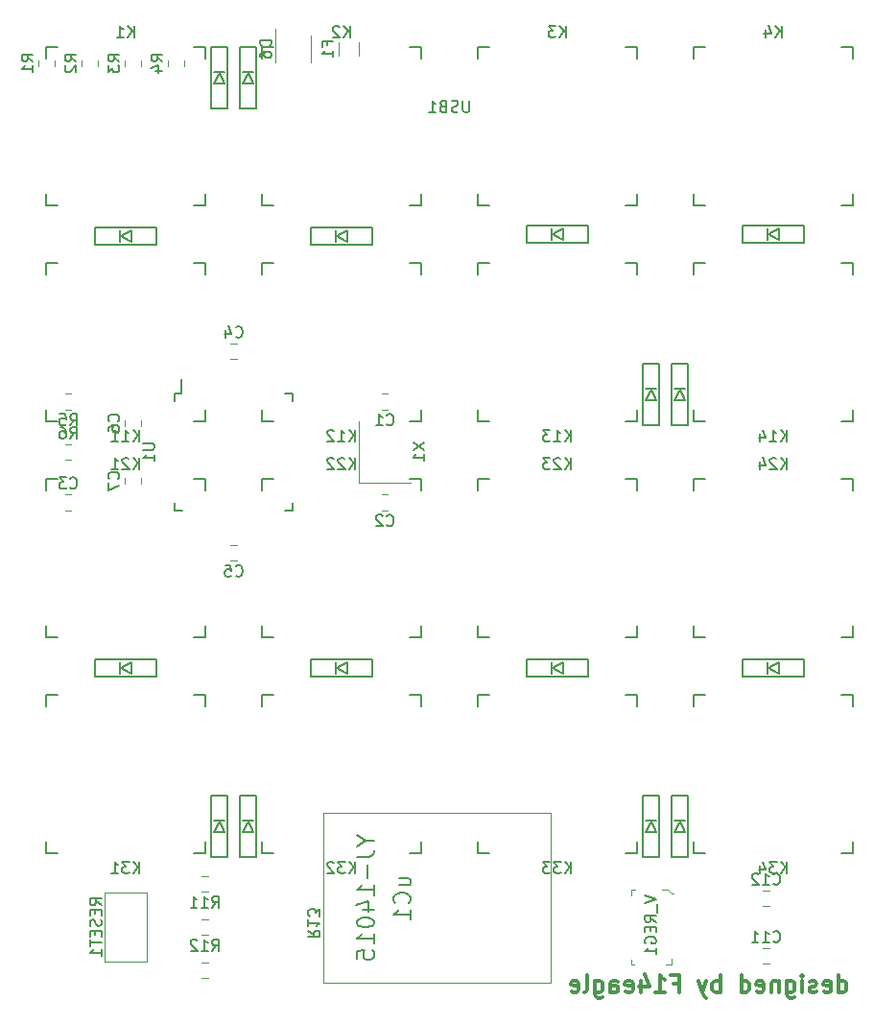
<source format=gbr>
G04 #@! TF.GenerationSoftware,KiCad,Pcbnew,(5.1.2)-2*
G04 #@! TF.CreationDate,2020-01-09T21:44:13+08:00*
G04 #@! TF.ProjectId,wingxx-receiver,77696e67-7878-42d7-9265-636569766572,rev?*
G04 #@! TF.SameCoordinates,Original*
G04 #@! TF.FileFunction,Legend,Bot*
G04 #@! TF.FilePolarity,Positive*
%FSLAX46Y46*%
G04 Gerber Fmt 4.6, Leading zero omitted, Abs format (unit mm)*
G04 Created by KiCad (PCBNEW (5.1.2)-2) date 2020-01-09 21:44:13*
%MOMM*%
%LPD*%
G04 APERTURE LIST*
%ADD10C,0.300000*%
%ADD11C,0.120000*%
%ADD12C,0.150000*%
%ADD13C,0.100000*%
%ADD14C,0.152400*%
G04 APERTURE END LIST*
D10*
X148624285Y-145458571D02*
X148624285Y-143958571D01*
X148624285Y-145387142D02*
X148767142Y-145458571D01*
X149052857Y-145458571D01*
X149195714Y-145387142D01*
X149267142Y-145315714D01*
X149338571Y-145172857D01*
X149338571Y-144744285D01*
X149267142Y-144601428D01*
X149195714Y-144530000D01*
X149052857Y-144458571D01*
X148767142Y-144458571D01*
X148624285Y-144530000D01*
X147338571Y-145387142D02*
X147481428Y-145458571D01*
X147767142Y-145458571D01*
X147910000Y-145387142D01*
X147981428Y-145244285D01*
X147981428Y-144672857D01*
X147910000Y-144530000D01*
X147767142Y-144458571D01*
X147481428Y-144458571D01*
X147338571Y-144530000D01*
X147267142Y-144672857D01*
X147267142Y-144815714D01*
X147981428Y-144958571D01*
X146695714Y-145387142D02*
X146552857Y-145458571D01*
X146267142Y-145458571D01*
X146124285Y-145387142D01*
X146052857Y-145244285D01*
X146052857Y-145172857D01*
X146124285Y-145030000D01*
X146267142Y-144958571D01*
X146481428Y-144958571D01*
X146624285Y-144887142D01*
X146695714Y-144744285D01*
X146695714Y-144672857D01*
X146624285Y-144530000D01*
X146481428Y-144458571D01*
X146267142Y-144458571D01*
X146124285Y-144530000D01*
X145410000Y-145458571D02*
X145410000Y-144458571D01*
X145410000Y-143958571D02*
X145481428Y-144030000D01*
X145410000Y-144101428D01*
X145338571Y-144030000D01*
X145410000Y-143958571D01*
X145410000Y-144101428D01*
X144052857Y-144458571D02*
X144052857Y-145672857D01*
X144124285Y-145815714D01*
X144195714Y-145887142D01*
X144338571Y-145958571D01*
X144552857Y-145958571D01*
X144695714Y-145887142D01*
X144052857Y-145387142D02*
X144195714Y-145458571D01*
X144481428Y-145458571D01*
X144624285Y-145387142D01*
X144695714Y-145315714D01*
X144767142Y-145172857D01*
X144767142Y-144744285D01*
X144695714Y-144601428D01*
X144624285Y-144530000D01*
X144481428Y-144458571D01*
X144195714Y-144458571D01*
X144052857Y-144530000D01*
X143338571Y-144458571D02*
X143338571Y-145458571D01*
X143338571Y-144601428D02*
X143267142Y-144530000D01*
X143124285Y-144458571D01*
X142910000Y-144458571D01*
X142767142Y-144530000D01*
X142695714Y-144672857D01*
X142695714Y-145458571D01*
X141410000Y-145387142D02*
X141552857Y-145458571D01*
X141838571Y-145458571D01*
X141981428Y-145387142D01*
X142052857Y-145244285D01*
X142052857Y-144672857D01*
X141981428Y-144530000D01*
X141838571Y-144458571D01*
X141552857Y-144458571D01*
X141410000Y-144530000D01*
X141338571Y-144672857D01*
X141338571Y-144815714D01*
X142052857Y-144958571D01*
X140052857Y-145458571D02*
X140052857Y-143958571D01*
X140052857Y-145387142D02*
X140195714Y-145458571D01*
X140481428Y-145458571D01*
X140624285Y-145387142D01*
X140695714Y-145315714D01*
X140767142Y-145172857D01*
X140767142Y-144744285D01*
X140695714Y-144601428D01*
X140624285Y-144530000D01*
X140481428Y-144458571D01*
X140195714Y-144458571D01*
X140052857Y-144530000D01*
X138195714Y-145458571D02*
X138195714Y-143958571D01*
X138195714Y-144530000D02*
X138052857Y-144458571D01*
X137767142Y-144458571D01*
X137624285Y-144530000D01*
X137552857Y-144601428D01*
X137481428Y-144744285D01*
X137481428Y-145172857D01*
X137552857Y-145315714D01*
X137624285Y-145387142D01*
X137767142Y-145458571D01*
X138052857Y-145458571D01*
X138195714Y-145387142D01*
X136981428Y-144458571D02*
X136624285Y-145458571D01*
X136267142Y-144458571D02*
X136624285Y-145458571D01*
X136767142Y-145815714D01*
X136838571Y-145887142D01*
X136981428Y-145958571D01*
X134052857Y-144672857D02*
X134552857Y-144672857D01*
X134552857Y-145458571D02*
X134552857Y-143958571D01*
X133838571Y-143958571D01*
X132481428Y-145458571D02*
X133338571Y-145458571D01*
X132910000Y-145458571D02*
X132910000Y-143958571D01*
X133052857Y-144172857D01*
X133195714Y-144315714D01*
X133338571Y-144387142D01*
X131195714Y-144458571D02*
X131195714Y-145458571D01*
X131552857Y-143887142D02*
X131910000Y-144958571D01*
X130981428Y-144958571D01*
X129838571Y-145387142D02*
X129981428Y-145458571D01*
X130267142Y-145458571D01*
X130410000Y-145387142D01*
X130481428Y-145244285D01*
X130481428Y-144672857D01*
X130410000Y-144530000D01*
X130267142Y-144458571D01*
X129981428Y-144458571D01*
X129838571Y-144530000D01*
X129767142Y-144672857D01*
X129767142Y-144815714D01*
X130481428Y-144958571D01*
X128481428Y-145458571D02*
X128481428Y-144672857D01*
X128552857Y-144530000D01*
X128695714Y-144458571D01*
X128981428Y-144458571D01*
X129124285Y-144530000D01*
X128481428Y-145387142D02*
X128624285Y-145458571D01*
X128981428Y-145458571D01*
X129124285Y-145387142D01*
X129195714Y-145244285D01*
X129195714Y-145101428D01*
X129124285Y-144958571D01*
X128981428Y-144887142D01*
X128624285Y-144887142D01*
X128481428Y-144815714D01*
X127124285Y-144458571D02*
X127124285Y-145672857D01*
X127195714Y-145815714D01*
X127267142Y-145887142D01*
X127410000Y-145958571D01*
X127624285Y-145958571D01*
X127767142Y-145887142D01*
X127124285Y-145387142D02*
X127267142Y-145458571D01*
X127552857Y-145458571D01*
X127695714Y-145387142D01*
X127767142Y-145315714D01*
X127838571Y-145172857D01*
X127838571Y-144744285D01*
X127767142Y-144601428D01*
X127695714Y-144530000D01*
X127552857Y-144458571D01*
X127267142Y-144458571D01*
X127124285Y-144530000D01*
X126195714Y-145458571D02*
X126338571Y-145387142D01*
X126410000Y-145244285D01*
X126410000Y-143958571D01*
X125052857Y-145387142D02*
X125195714Y-145458571D01*
X125481428Y-145458571D01*
X125624285Y-145387142D01*
X125695714Y-145244285D01*
X125695714Y-144672857D01*
X125624285Y-144530000D01*
X125481428Y-144458571D01*
X125195714Y-144458571D01*
X125052857Y-144530000D01*
X124981428Y-144672857D01*
X124981428Y-144815714D01*
X125695714Y-144958571D01*
D11*
X87575000Y-136640000D02*
X83875000Y-136640000D01*
X87575000Y-142760000D02*
X87575000Y-136640000D01*
X83875000Y-142760000D02*
X87575000Y-142760000D01*
X83875000Y-136640000D02*
X83875000Y-142760000D01*
X106335000Y-100490000D02*
X106335000Y-95090000D01*
X110835000Y-100490000D02*
X106335000Y-100490000D01*
X106320000Y-61627936D02*
X106320000Y-62832064D01*
X104500000Y-61627936D02*
X104500000Y-62832064D01*
X80906252Y-98500000D02*
X80383748Y-98500000D01*
X80906252Y-97080000D02*
X80383748Y-97080000D01*
X80383748Y-92635000D02*
X80906252Y-92635000D01*
X80383748Y-94055000D02*
X80906252Y-94055000D01*
X90880000Y-63238748D02*
X90880000Y-63761252D01*
X89460000Y-63238748D02*
X89460000Y-63761252D01*
X87070000Y-63238748D02*
X87070000Y-63761252D01*
X85650000Y-63238748D02*
X85650000Y-63761252D01*
X83260000Y-63238748D02*
X83260000Y-63761252D01*
X81840000Y-63238748D02*
X81840000Y-63761252D01*
X79450000Y-63238748D02*
X79450000Y-63761252D01*
X78030000Y-63238748D02*
X78030000Y-63761252D01*
X142501252Y-137870000D02*
X141978748Y-137870000D01*
X142501252Y-136450000D02*
X141978748Y-136450000D01*
X142501252Y-142950000D02*
X141978748Y-142950000D01*
X142501252Y-141530000D02*
X141978748Y-141530000D01*
X87070000Y-100068748D02*
X87070000Y-100591252D01*
X85650000Y-100068748D02*
X85650000Y-100591252D01*
X87070000Y-94988748D02*
X87070000Y-95511252D01*
X85650000Y-94988748D02*
X85650000Y-95511252D01*
X94988748Y-105970000D02*
X95511252Y-105970000D01*
X94988748Y-107390000D02*
X95511252Y-107390000D01*
X95511252Y-89610000D02*
X94988748Y-89610000D01*
X95511252Y-88190000D02*
X94988748Y-88190000D01*
X80906252Y-102945000D02*
X80383748Y-102945000D01*
X80906252Y-101525000D02*
X80383748Y-101525000D01*
X108323748Y-101525000D02*
X108846252Y-101525000D01*
X108323748Y-102945000D02*
X108846252Y-102945000D01*
X108323748Y-92635000D02*
X108846252Y-92635000D01*
X108323748Y-94055000D02*
X108846252Y-94055000D01*
D12*
X90650000Y-92615000D02*
X90650000Y-91340000D01*
X90075000Y-102965000D02*
X90075000Y-102290000D01*
X100425000Y-102965000D02*
X100425000Y-102290000D01*
X100425000Y-92615000D02*
X100425000Y-93290000D01*
X90075000Y-92615000D02*
X90075000Y-93290000D01*
X100425000Y-92615000D02*
X99750000Y-92615000D01*
X100425000Y-102965000D02*
X99750000Y-102965000D01*
X90075000Y-102965000D02*
X90750000Y-102965000D01*
X90075000Y-92615000D02*
X90650000Y-92615000D01*
D11*
X98950000Y-63430000D02*
X98950000Y-60480000D01*
X102050000Y-61030000D02*
X102050000Y-63430000D01*
D13*
X123190000Y-129661920D02*
X123190000Y-144658080D01*
X123190000Y-144658080D02*
X103190040Y-144658080D01*
X103190040Y-144658080D02*
X103190040Y-129661920D01*
X103190040Y-129661920D02*
X123190000Y-129661920D01*
X130305000Y-142975000D02*
X130605000Y-142975000D01*
X130305000Y-142600000D02*
X130305000Y-142975000D01*
X130305000Y-136425000D02*
X130705000Y-136425000D01*
X130305000Y-136925000D02*
X130305000Y-136425000D01*
X133855000Y-142975000D02*
X133855000Y-142525000D01*
X133380000Y-142975000D02*
X133855000Y-142975000D01*
X133855000Y-136725000D02*
X134050000Y-136725000D01*
X133530000Y-136425000D02*
X133855000Y-136725000D01*
X133055000Y-136425000D02*
X133530000Y-136425000D01*
D11*
X92448748Y-142800000D02*
X92971252Y-142800000D01*
X92448748Y-144220000D02*
X92971252Y-144220000D01*
X92448748Y-138990000D02*
X92971252Y-138990000D01*
X92448748Y-140410000D02*
X92971252Y-140410000D01*
X92448748Y-135180000D02*
X92971252Y-135180000D01*
X92448748Y-136600000D02*
X92971252Y-136600000D01*
D12*
X149875000Y-119206000D02*
X149875000Y-120206000D01*
X148875000Y-119206000D02*
X149875000Y-119206000D01*
X149875000Y-133206000D02*
X148875000Y-133206000D01*
X149875000Y-132206000D02*
X149875000Y-133206000D01*
X135875000Y-133206000D02*
X135875000Y-132206000D01*
X136875000Y-133206000D02*
X135875000Y-133206000D01*
X135875000Y-119206000D02*
X136875000Y-119206000D01*
X135875000Y-120206000D02*
X135875000Y-119206000D01*
X130825000Y-119206000D02*
X130825000Y-120206000D01*
X129825000Y-119206000D02*
X130825000Y-119206000D01*
X130825000Y-133206000D02*
X129825000Y-133206000D01*
X130825000Y-132206000D02*
X130825000Y-133206000D01*
X116825000Y-133206000D02*
X116825000Y-132206000D01*
X117825000Y-133206000D02*
X116825000Y-133206000D01*
X116825000Y-119206000D02*
X117825000Y-119206000D01*
X116825000Y-120206000D02*
X116825000Y-119206000D01*
X111775000Y-119206000D02*
X111775000Y-120206000D01*
X110775000Y-119206000D02*
X111775000Y-119206000D01*
X111775000Y-133206000D02*
X110775000Y-133206000D01*
X111775000Y-132206000D02*
X111775000Y-133206000D01*
X97775000Y-133206000D02*
X97775000Y-132206000D01*
X98775000Y-133206000D02*
X97775000Y-133206000D01*
X97775000Y-119206000D02*
X98775000Y-119206000D01*
X97775000Y-120206000D02*
X97775000Y-119206000D01*
X92725000Y-119206000D02*
X92725000Y-120206000D01*
X91725000Y-119206000D02*
X92725000Y-119206000D01*
X92725000Y-133206000D02*
X91725000Y-133206000D01*
X92725000Y-132206000D02*
X92725000Y-133206000D01*
X78725000Y-133206000D02*
X78725000Y-132206000D01*
X79725000Y-133206000D02*
X78725000Y-133206000D01*
X78725000Y-119206000D02*
X79725000Y-119206000D01*
X78725000Y-120206000D02*
X78725000Y-119206000D01*
X135875000Y-114156000D02*
X135875000Y-113156000D01*
X136875000Y-114156000D02*
X135875000Y-114156000D01*
X135875000Y-100156000D02*
X136875000Y-100156000D01*
X135875000Y-101156000D02*
X135875000Y-100156000D01*
X149875000Y-100156000D02*
X149875000Y-101156000D01*
X148875000Y-100156000D02*
X149875000Y-100156000D01*
X149875000Y-114156000D02*
X148875000Y-114156000D01*
X149875000Y-113156000D02*
X149875000Y-114156000D01*
X116825000Y-114156000D02*
X116825000Y-113156000D01*
X117825000Y-114156000D02*
X116825000Y-114156000D01*
X116825000Y-100156000D02*
X117825000Y-100156000D01*
X116825000Y-101156000D02*
X116825000Y-100156000D01*
X130825000Y-100156000D02*
X130825000Y-101156000D01*
X129825000Y-100156000D02*
X130825000Y-100156000D01*
X130825000Y-114156000D02*
X129825000Y-114156000D01*
X130825000Y-113156000D02*
X130825000Y-114156000D01*
X97775000Y-114156000D02*
X97775000Y-113156000D01*
X98775000Y-114156000D02*
X97775000Y-114156000D01*
X97775000Y-100156000D02*
X98775000Y-100156000D01*
X97775000Y-101156000D02*
X97775000Y-100156000D01*
X111775000Y-100156000D02*
X111775000Y-101156000D01*
X110775000Y-100156000D02*
X111775000Y-100156000D01*
X111775000Y-114156000D02*
X110775000Y-114156000D01*
X111775000Y-113156000D02*
X111775000Y-114156000D01*
X78725000Y-114156000D02*
X78725000Y-113156000D01*
X79725000Y-114156000D02*
X78725000Y-114156000D01*
X78725000Y-100156000D02*
X79725000Y-100156000D01*
X78725000Y-101156000D02*
X78725000Y-100156000D01*
X92725000Y-100156000D02*
X92725000Y-101156000D01*
X91725000Y-100156000D02*
X92725000Y-100156000D01*
X92725000Y-114156000D02*
X91725000Y-114156000D01*
X92725000Y-113156000D02*
X92725000Y-114156000D01*
X149875000Y-81106200D02*
X149875000Y-82106200D01*
X148875000Y-81106200D02*
X149875000Y-81106200D01*
X149875000Y-95106200D02*
X148875000Y-95106200D01*
X149875000Y-94106200D02*
X149875000Y-95106200D01*
X135875000Y-95106200D02*
X135875000Y-94106200D01*
X136875000Y-95106200D02*
X135875000Y-95106200D01*
X135875000Y-81106200D02*
X136875000Y-81106200D01*
X135875000Y-82106200D02*
X135875000Y-81106200D01*
X130825000Y-81106200D02*
X130825000Y-82106200D01*
X129825000Y-81106200D02*
X130825000Y-81106200D01*
X130825000Y-95106200D02*
X129825000Y-95106200D01*
X130825000Y-94106200D02*
X130825000Y-95106200D01*
X116825000Y-95106200D02*
X116825000Y-94106200D01*
X117825000Y-95106200D02*
X116825000Y-95106200D01*
X116825000Y-81106200D02*
X117825000Y-81106200D01*
X116825000Y-82106200D02*
X116825000Y-81106200D01*
X111775000Y-81106200D02*
X111775000Y-82106200D01*
X110775000Y-81106200D02*
X111775000Y-81106200D01*
X111775000Y-95106200D02*
X110775000Y-95106200D01*
X111775000Y-94106200D02*
X111775000Y-95106200D01*
X97775000Y-95106200D02*
X97775000Y-94106200D01*
X98775000Y-95106200D02*
X97775000Y-95106200D01*
X97775000Y-81106200D02*
X98775000Y-81106200D01*
X97775000Y-82106200D02*
X97775000Y-81106200D01*
X92725000Y-81106200D02*
X92725000Y-82106200D01*
X91725000Y-81106200D02*
X92725000Y-81106200D01*
X92725000Y-95106200D02*
X91725000Y-95106200D01*
X92725000Y-94106200D02*
X92725000Y-95106200D01*
X78725000Y-95106200D02*
X78725000Y-94106200D01*
X79725000Y-95106200D02*
X78725000Y-95106200D01*
X78725000Y-81106200D02*
X79725000Y-81106200D01*
X78725000Y-82106200D02*
X78725000Y-81106200D01*
X135875000Y-76056200D02*
X135875000Y-75056200D01*
X136875000Y-76056200D02*
X135875000Y-76056200D01*
X135875000Y-62056200D02*
X136875000Y-62056200D01*
X135875000Y-63056200D02*
X135875000Y-62056200D01*
X149875000Y-62056200D02*
X149875000Y-63056200D01*
X148875000Y-62056200D02*
X149875000Y-62056200D01*
X149875000Y-76056200D02*
X148875000Y-76056200D01*
X149875000Y-75056200D02*
X149875000Y-76056200D01*
X116825000Y-76056200D02*
X116825000Y-75056200D01*
X117825000Y-76056200D02*
X116825000Y-76056200D01*
X116825000Y-62056200D02*
X117825000Y-62056200D01*
X116825000Y-63056200D02*
X116825000Y-62056200D01*
X130825000Y-62056200D02*
X130825000Y-63056200D01*
X129825000Y-62056200D02*
X130825000Y-62056200D01*
X130825000Y-76056200D02*
X129825000Y-76056200D01*
X130825000Y-75056200D02*
X130825000Y-76056200D01*
X97775000Y-76056200D02*
X97775000Y-75056200D01*
X98775000Y-76056200D02*
X97775000Y-76056200D01*
X97775000Y-62056200D02*
X98775000Y-62056200D01*
X97775000Y-63056200D02*
X97775000Y-62056200D01*
X111775000Y-62056200D02*
X111775000Y-63056200D01*
X110775000Y-62056200D02*
X111775000Y-62056200D01*
X111775000Y-76056200D02*
X110775000Y-76056200D01*
X111775000Y-75056200D02*
X111775000Y-76056200D01*
X78725000Y-76056200D02*
X78725000Y-75056200D01*
X79725000Y-76056200D02*
X78725000Y-76056200D01*
X78725000Y-62056200D02*
X79725000Y-62056200D01*
X78725000Y-63056200D02*
X78725000Y-62056200D01*
X92725000Y-62056200D02*
X92725000Y-63056200D01*
X91725000Y-62056200D02*
X92725000Y-62056200D01*
X92725000Y-76056200D02*
X91725000Y-76056200D01*
X92725000Y-75056200D02*
X92725000Y-76056200D01*
X133870000Y-133510000D02*
X135370000Y-133510000D01*
X133870000Y-128110000D02*
X133870000Y-133510000D01*
X135370000Y-128110000D02*
X133870000Y-128110000D01*
X135370000Y-133510000D02*
X135370000Y-128110000D01*
X134120000Y-131310000D02*
X134620000Y-130410000D01*
X135120000Y-131310000D02*
X134120000Y-131310000D01*
X134620000Y-130410000D02*
X135120000Y-131310000D01*
X135120000Y-130310000D02*
X134120000Y-130310000D01*
X131330000Y-133510000D02*
X132830000Y-133510000D01*
X131330000Y-128110000D02*
X131330000Y-133510000D01*
X132830000Y-128110000D02*
X131330000Y-128110000D01*
X132830000Y-133510000D02*
X132830000Y-128110000D01*
X131580000Y-131310000D02*
X132080000Y-130410000D01*
X132580000Y-131310000D02*
X131580000Y-131310000D01*
X132080000Y-130410000D02*
X132580000Y-131310000D01*
X132580000Y-130310000D02*
X131580000Y-130310000D01*
X95770000Y-133510000D02*
X97270000Y-133510000D01*
X95770000Y-128110000D02*
X95770000Y-133510000D01*
X97270000Y-128110000D02*
X95770000Y-128110000D01*
X97270000Y-133510000D02*
X97270000Y-128110000D01*
X96020000Y-131310000D02*
X96520000Y-130410000D01*
X97020000Y-131310000D02*
X96020000Y-131310000D01*
X96520000Y-130410000D02*
X97020000Y-131310000D01*
X97020000Y-130310000D02*
X96020000Y-130310000D01*
X93230000Y-133510000D02*
X94730000Y-133510000D01*
X93230000Y-128110000D02*
X93230000Y-133510000D01*
X94730000Y-128110000D02*
X93230000Y-128110000D01*
X94730000Y-133510000D02*
X94730000Y-128110000D01*
X93480000Y-131310000D02*
X93980000Y-130410000D01*
X94480000Y-131310000D02*
X93480000Y-131310000D01*
X93980000Y-130410000D02*
X94480000Y-131310000D01*
X94480000Y-130310000D02*
X93480000Y-130310000D01*
X145575000Y-117590000D02*
X145575000Y-116090000D01*
X140175000Y-117590000D02*
X145575000Y-117590000D01*
X140175000Y-116090000D02*
X140175000Y-117590000D01*
X145575000Y-116090000D02*
X140175000Y-116090000D01*
X143375000Y-117340000D02*
X142475000Y-116840000D01*
X143375000Y-116340000D02*
X143375000Y-117340000D01*
X142475000Y-116840000D02*
X143375000Y-116340000D01*
X142375000Y-116340000D02*
X142375000Y-117340000D01*
X126492000Y-117590000D02*
X126492000Y-116090000D01*
X121092000Y-117590000D02*
X126492000Y-117590000D01*
X121092000Y-116090000D02*
X121092000Y-117590000D01*
X126492000Y-116090000D02*
X121092000Y-116090000D01*
X124292000Y-117340000D02*
X123392000Y-116840000D01*
X124292000Y-116340000D02*
X124292000Y-117340000D01*
X123392000Y-116840000D02*
X124292000Y-116340000D01*
X123292000Y-116340000D02*
X123292000Y-117340000D01*
X107475000Y-117590000D02*
X107475000Y-116090000D01*
X102075000Y-117590000D02*
X107475000Y-117590000D01*
X102075000Y-116090000D02*
X102075000Y-117590000D01*
X107475000Y-116090000D02*
X102075000Y-116090000D01*
X105275000Y-117340000D02*
X104375000Y-116840000D01*
X105275000Y-116340000D02*
X105275000Y-117340000D01*
X104375000Y-116840000D02*
X105275000Y-116340000D01*
X104275000Y-116340000D02*
X104275000Y-117340000D01*
X88425000Y-117590000D02*
X88425000Y-116090000D01*
X83025000Y-117590000D02*
X88425000Y-117590000D01*
X83025000Y-116090000D02*
X83025000Y-117590000D01*
X88425000Y-116090000D02*
X83025000Y-116090000D01*
X86225000Y-117340000D02*
X85325000Y-116840000D01*
X86225000Y-116340000D02*
X86225000Y-117340000D01*
X85325000Y-116840000D02*
X86225000Y-116340000D01*
X85225000Y-116340000D02*
X85225000Y-117340000D01*
X133870000Y-95410000D02*
X135370000Y-95410000D01*
X133870000Y-90010000D02*
X133870000Y-95410000D01*
X135370000Y-90010000D02*
X133870000Y-90010000D01*
X135370000Y-95410000D02*
X135370000Y-90010000D01*
X134120000Y-93210000D02*
X134620000Y-92310000D01*
X135120000Y-93210000D02*
X134120000Y-93210000D01*
X134620000Y-92310000D02*
X135120000Y-93210000D01*
X135120000Y-92210000D02*
X134120000Y-92210000D01*
X131330000Y-95410000D02*
X132830000Y-95410000D01*
X131330000Y-90010000D02*
X131330000Y-95410000D01*
X132830000Y-90010000D02*
X131330000Y-90010000D01*
X132830000Y-95410000D02*
X132830000Y-90010000D01*
X131580000Y-93210000D02*
X132080000Y-92310000D01*
X132580000Y-93210000D02*
X131580000Y-93210000D01*
X132080000Y-92310000D02*
X132580000Y-93210000D01*
X132580000Y-92210000D02*
X131580000Y-92210000D01*
X107475000Y-79490000D02*
X107475000Y-77990000D01*
X102075000Y-79490000D02*
X107475000Y-79490000D01*
X102075000Y-77990000D02*
X102075000Y-79490000D01*
X107475000Y-77990000D02*
X102075000Y-77990000D01*
X105275000Y-79240000D02*
X104375000Y-78740000D01*
X105275000Y-78240000D02*
X105275000Y-79240000D01*
X104375000Y-78740000D02*
X105275000Y-78240000D01*
X104275000Y-78240000D02*
X104275000Y-79240000D01*
X88425000Y-79490000D02*
X88425000Y-77990000D01*
X83025000Y-79490000D02*
X88425000Y-79490000D01*
X83025000Y-77990000D02*
X83025000Y-79490000D01*
X88425000Y-77990000D02*
X83025000Y-77990000D01*
X86225000Y-79240000D02*
X85325000Y-78740000D01*
X86225000Y-78240000D02*
X86225000Y-79240000D01*
X85325000Y-78740000D02*
X86225000Y-78240000D01*
X85225000Y-78240000D02*
X85225000Y-79240000D01*
X145575000Y-79331200D02*
X145575000Y-77831200D01*
X140175000Y-79331200D02*
X145575000Y-79331200D01*
X140175000Y-77831200D02*
X140175000Y-79331200D01*
X145575000Y-77831200D02*
X140175000Y-77831200D01*
X143375000Y-79081200D02*
X142475000Y-78581200D01*
X143375000Y-78081200D02*
X143375000Y-79081200D01*
X142475000Y-78581200D02*
X143375000Y-78081200D01*
X142375000Y-78081200D02*
X142375000Y-79081200D01*
X126525000Y-79331200D02*
X126525000Y-77831200D01*
X121125000Y-79331200D02*
X126525000Y-79331200D01*
X121125000Y-77831200D02*
X121125000Y-79331200D01*
X126525000Y-77831200D02*
X121125000Y-77831200D01*
X124325000Y-79081200D02*
X123425000Y-78581200D01*
X124325000Y-78081200D02*
X124325000Y-79081200D01*
X123425000Y-78581200D02*
X124325000Y-78081200D01*
X123325000Y-78081200D02*
X123325000Y-79081200D01*
X95770000Y-67470000D02*
X97270000Y-67470000D01*
X95770000Y-62070000D02*
X95770000Y-67470000D01*
X97270000Y-62070000D02*
X95770000Y-62070000D01*
X97270000Y-67470000D02*
X97270000Y-62070000D01*
X96020000Y-65270000D02*
X96520000Y-64370000D01*
X97020000Y-65270000D02*
X96020000Y-65270000D01*
X96520000Y-64370000D02*
X97020000Y-65270000D01*
X97020000Y-64270000D02*
X96020000Y-64270000D01*
X93230000Y-67470000D02*
X94730000Y-67470000D01*
X93230000Y-62070000D02*
X93230000Y-67470000D01*
X94730000Y-62070000D02*
X93230000Y-62070000D01*
X94730000Y-67470000D02*
X94730000Y-62070000D01*
X93480000Y-65270000D02*
X93980000Y-64370000D01*
X94480000Y-65270000D02*
X93480000Y-65270000D01*
X93980000Y-64370000D02*
X94480000Y-65270000D01*
X94480000Y-64270000D02*
X93480000Y-64270000D01*
X83577380Y-137771428D02*
X83101190Y-137438095D01*
X83577380Y-137200000D02*
X82577380Y-137200000D01*
X82577380Y-137580952D01*
X82625000Y-137676190D01*
X82672619Y-137723809D01*
X82767857Y-137771428D01*
X82910714Y-137771428D01*
X83005952Y-137723809D01*
X83053571Y-137676190D01*
X83101190Y-137580952D01*
X83101190Y-137200000D01*
X83053571Y-138200000D02*
X83053571Y-138533333D01*
X83577380Y-138676190D02*
X83577380Y-138200000D01*
X82577380Y-138200000D01*
X82577380Y-138676190D01*
X83529761Y-139057142D02*
X83577380Y-139200000D01*
X83577380Y-139438095D01*
X83529761Y-139533333D01*
X83482142Y-139580952D01*
X83386904Y-139628571D01*
X83291666Y-139628571D01*
X83196428Y-139580952D01*
X83148809Y-139533333D01*
X83101190Y-139438095D01*
X83053571Y-139247619D01*
X83005952Y-139152380D01*
X82958333Y-139104761D01*
X82863095Y-139057142D01*
X82767857Y-139057142D01*
X82672619Y-139104761D01*
X82625000Y-139152380D01*
X82577380Y-139247619D01*
X82577380Y-139485714D01*
X82625000Y-139628571D01*
X83053571Y-140057142D02*
X83053571Y-140390476D01*
X83577380Y-140533333D02*
X83577380Y-140057142D01*
X82577380Y-140057142D01*
X82577380Y-140533333D01*
X82577380Y-140819047D02*
X82577380Y-141390476D01*
X83577380Y-141104761D02*
X82577380Y-141104761D01*
X83577380Y-142247619D02*
X83577380Y-141676190D01*
X83577380Y-141961904D02*
X82577380Y-141961904D01*
X82720238Y-141866666D01*
X82815476Y-141771428D01*
X82863095Y-141676190D01*
X111087380Y-96980476D02*
X112087380Y-97647142D01*
X111087380Y-97647142D02*
X112087380Y-96980476D01*
X112087380Y-98551904D02*
X112087380Y-97980476D01*
X112087380Y-98266190D02*
X111087380Y-98266190D01*
X111230238Y-98170952D01*
X111325476Y-98075714D01*
X111373095Y-97980476D01*
X103518571Y-61896666D02*
X103518571Y-61563333D01*
X104042380Y-61563333D02*
X103042380Y-61563333D01*
X103042380Y-62039523D01*
X104042380Y-62944285D02*
X104042380Y-62372857D01*
X104042380Y-62658571D02*
X103042380Y-62658571D01*
X103185238Y-62563333D01*
X103280476Y-62468095D01*
X103328095Y-62372857D01*
X80811666Y-96592380D02*
X81145000Y-96116190D01*
X81383095Y-96592380D02*
X81383095Y-95592380D01*
X81002142Y-95592380D01*
X80906904Y-95640000D01*
X80859285Y-95687619D01*
X80811666Y-95782857D01*
X80811666Y-95925714D01*
X80859285Y-96020952D01*
X80906904Y-96068571D01*
X81002142Y-96116190D01*
X81383095Y-96116190D01*
X79954523Y-95592380D02*
X80145000Y-95592380D01*
X80240238Y-95640000D01*
X80287857Y-95687619D01*
X80383095Y-95830476D01*
X80430714Y-96020952D01*
X80430714Y-96401904D01*
X80383095Y-96497142D01*
X80335476Y-96544761D01*
X80240238Y-96592380D01*
X80049761Y-96592380D01*
X79954523Y-96544761D01*
X79906904Y-96497142D01*
X79859285Y-96401904D01*
X79859285Y-96163809D01*
X79906904Y-96068571D01*
X79954523Y-96020952D01*
X80049761Y-95973333D01*
X80240238Y-95973333D01*
X80335476Y-96020952D01*
X80383095Y-96068571D01*
X80430714Y-96163809D01*
X80811666Y-95447380D02*
X81145000Y-94971190D01*
X81383095Y-95447380D02*
X81383095Y-94447380D01*
X81002142Y-94447380D01*
X80906904Y-94495000D01*
X80859285Y-94542619D01*
X80811666Y-94637857D01*
X80811666Y-94780714D01*
X80859285Y-94875952D01*
X80906904Y-94923571D01*
X81002142Y-94971190D01*
X81383095Y-94971190D01*
X79906904Y-94447380D02*
X80383095Y-94447380D01*
X80430714Y-94923571D01*
X80383095Y-94875952D01*
X80287857Y-94828333D01*
X80049761Y-94828333D01*
X79954523Y-94875952D01*
X79906904Y-94923571D01*
X79859285Y-95018809D01*
X79859285Y-95256904D01*
X79906904Y-95352142D01*
X79954523Y-95399761D01*
X80049761Y-95447380D01*
X80287857Y-95447380D01*
X80383095Y-95399761D01*
X80430714Y-95352142D01*
X88972380Y-63333333D02*
X88496190Y-63000000D01*
X88972380Y-62761904D02*
X87972380Y-62761904D01*
X87972380Y-63142857D01*
X88020000Y-63238095D01*
X88067619Y-63285714D01*
X88162857Y-63333333D01*
X88305714Y-63333333D01*
X88400952Y-63285714D01*
X88448571Y-63238095D01*
X88496190Y-63142857D01*
X88496190Y-62761904D01*
X88305714Y-64190476D02*
X88972380Y-64190476D01*
X87924761Y-63952380D02*
X88639047Y-63714285D01*
X88639047Y-64333333D01*
X85162380Y-63333333D02*
X84686190Y-63000000D01*
X85162380Y-62761904D02*
X84162380Y-62761904D01*
X84162380Y-63142857D01*
X84210000Y-63238095D01*
X84257619Y-63285714D01*
X84352857Y-63333333D01*
X84495714Y-63333333D01*
X84590952Y-63285714D01*
X84638571Y-63238095D01*
X84686190Y-63142857D01*
X84686190Y-62761904D01*
X84162380Y-63666666D02*
X84162380Y-64285714D01*
X84543333Y-63952380D01*
X84543333Y-64095238D01*
X84590952Y-64190476D01*
X84638571Y-64238095D01*
X84733809Y-64285714D01*
X84971904Y-64285714D01*
X85067142Y-64238095D01*
X85114761Y-64190476D01*
X85162380Y-64095238D01*
X85162380Y-63809523D01*
X85114761Y-63714285D01*
X85067142Y-63666666D01*
X81352380Y-63333333D02*
X80876190Y-63000000D01*
X81352380Y-62761904D02*
X80352380Y-62761904D01*
X80352380Y-63142857D01*
X80400000Y-63238095D01*
X80447619Y-63285714D01*
X80542857Y-63333333D01*
X80685714Y-63333333D01*
X80780952Y-63285714D01*
X80828571Y-63238095D01*
X80876190Y-63142857D01*
X80876190Y-62761904D01*
X80447619Y-63714285D02*
X80400000Y-63761904D01*
X80352380Y-63857142D01*
X80352380Y-64095238D01*
X80400000Y-64190476D01*
X80447619Y-64238095D01*
X80542857Y-64285714D01*
X80638095Y-64285714D01*
X80780952Y-64238095D01*
X81352380Y-63666666D01*
X81352380Y-64285714D01*
X77542380Y-63333333D02*
X77066190Y-63000000D01*
X77542380Y-62761904D02*
X76542380Y-62761904D01*
X76542380Y-63142857D01*
X76590000Y-63238095D01*
X76637619Y-63285714D01*
X76732857Y-63333333D01*
X76875714Y-63333333D01*
X76970952Y-63285714D01*
X77018571Y-63238095D01*
X77066190Y-63142857D01*
X77066190Y-62761904D01*
X77542380Y-64285714D02*
X77542380Y-63714285D01*
X77542380Y-64000000D02*
X76542380Y-64000000D01*
X76685238Y-63904761D01*
X76780476Y-63809523D01*
X76828095Y-63714285D01*
X142882857Y-135867142D02*
X142930476Y-135914761D01*
X143073333Y-135962380D01*
X143168571Y-135962380D01*
X143311428Y-135914761D01*
X143406666Y-135819523D01*
X143454285Y-135724285D01*
X143501904Y-135533809D01*
X143501904Y-135390952D01*
X143454285Y-135200476D01*
X143406666Y-135105238D01*
X143311428Y-135010000D01*
X143168571Y-134962380D01*
X143073333Y-134962380D01*
X142930476Y-135010000D01*
X142882857Y-135057619D01*
X141930476Y-135962380D02*
X142501904Y-135962380D01*
X142216190Y-135962380D02*
X142216190Y-134962380D01*
X142311428Y-135105238D01*
X142406666Y-135200476D01*
X142501904Y-135248095D01*
X141549523Y-135057619D02*
X141501904Y-135010000D01*
X141406666Y-134962380D01*
X141168571Y-134962380D01*
X141073333Y-135010000D01*
X141025714Y-135057619D01*
X140978095Y-135152857D01*
X140978095Y-135248095D01*
X141025714Y-135390952D01*
X141597142Y-135962380D01*
X140978095Y-135962380D01*
X142882857Y-140947142D02*
X142930476Y-140994761D01*
X143073333Y-141042380D01*
X143168571Y-141042380D01*
X143311428Y-140994761D01*
X143406666Y-140899523D01*
X143454285Y-140804285D01*
X143501904Y-140613809D01*
X143501904Y-140470952D01*
X143454285Y-140280476D01*
X143406666Y-140185238D01*
X143311428Y-140090000D01*
X143168571Y-140042380D01*
X143073333Y-140042380D01*
X142930476Y-140090000D01*
X142882857Y-140137619D01*
X141930476Y-141042380D02*
X142501904Y-141042380D01*
X142216190Y-141042380D02*
X142216190Y-140042380D01*
X142311428Y-140185238D01*
X142406666Y-140280476D01*
X142501904Y-140328095D01*
X140978095Y-141042380D02*
X141549523Y-141042380D01*
X141263809Y-141042380D02*
X141263809Y-140042380D01*
X141359047Y-140185238D01*
X141454285Y-140280476D01*
X141549523Y-140328095D01*
X85067142Y-100163333D02*
X85114761Y-100115714D01*
X85162380Y-99972857D01*
X85162380Y-99877619D01*
X85114761Y-99734761D01*
X85019523Y-99639523D01*
X84924285Y-99591904D01*
X84733809Y-99544285D01*
X84590952Y-99544285D01*
X84400476Y-99591904D01*
X84305238Y-99639523D01*
X84210000Y-99734761D01*
X84162380Y-99877619D01*
X84162380Y-99972857D01*
X84210000Y-100115714D01*
X84257619Y-100163333D01*
X84162380Y-100496666D02*
X84162380Y-101163333D01*
X85162380Y-100734761D01*
X85067142Y-95083333D02*
X85114761Y-95035714D01*
X85162380Y-94892857D01*
X85162380Y-94797619D01*
X85114761Y-94654761D01*
X85019523Y-94559523D01*
X84924285Y-94511904D01*
X84733809Y-94464285D01*
X84590952Y-94464285D01*
X84400476Y-94511904D01*
X84305238Y-94559523D01*
X84210000Y-94654761D01*
X84162380Y-94797619D01*
X84162380Y-94892857D01*
X84210000Y-95035714D01*
X84257619Y-95083333D01*
X84162380Y-95940476D02*
X84162380Y-95750000D01*
X84210000Y-95654761D01*
X84257619Y-95607142D01*
X84400476Y-95511904D01*
X84590952Y-95464285D01*
X84971904Y-95464285D01*
X85067142Y-95511904D01*
X85114761Y-95559523D01*
X85162380Y-95654761D01*
X85162380Y-95845238D01*
X85114761Y-95940476D01*
X85067142Y-95988095D01*
X84971904Y-96035714D01*
X84733809Y-96035714D01*
X84638571Y-95988095D01*
X84590952Y-95940476D01*
X84543333Y-95845238D01*
X84543333Y-95654761D01*
X84590952Y-95559523D01*
X84638571Y-95511904D01*
X84733809Y-95464285D01*
X95416666Y-108687142D02*
X95464285Y-108734761D01*
X95607142Y-108782380D01*
X95702380Y-108782380D01*
X95845238Y-108734761D01*
X95940476Y-108639523D01*
X95988095Y-108544285D01*
X96035714Y-108353809D01*
X96035714Y-108210952D01*
X95988095Y-108020476D01*
X95940476Y-107925238D01*
X95845238Y-107830000D01*
X95702380Y-107782380D01*
X95607142Y-107782380D01*
X95464285Y-107830000D01*
X95416666Y-107877619D01*
X94511904Y-107782380D02*
X94988095Y-107782380D01*
X95035714Y-108258571D01*
X94988095Y-108210952D01*
X94892857Y-108163333D01*
X94654761Y-108163333D01*
X94559523Y-108210952D01*
X94511904Y-108258571D01*
X94464285Y-108353809D01*
X94464285Y-108591904D01*
X94511904Y-108687142D01*
X94559523Y-108734761D01*
X94654761Y-108782380D01*
X94892857Y-108782380D01*
X94988095Y-108734761D01*
X95035714Y-108687142D01*
X95416666Y-87607142D02*
X95464285Y-87654761D01*
X95607142Y-87702380D01*
X95702380Y-87702380D01*
X95845238Y-87654761D01*
X95940476Y-87559523D01*
X95988095Y-87464285D01*
X96035714Y-87273809D01*
X96035714Y-87130952D01*
X95988095Y-86940476D01*
X95940476Y-86845238D01*
X95845238Y-86750000D01*
X95702380Y-86702380D01*
X95607142Y-86702380D01*
X95464285Y-86750000D01*
X95416666Y-86797619D01*
X94559523Y-87035714D02*
X94559523Y-87702380D01*
X94797619Y-86654761D02*
X95035714Y-87369047D01*
X94416666Y-87369047D01*
X80811666Y-100942142D02*
X80859285Y-100989761D01*
X81002142Y-101037380D01*
X81097380Y-101037380D01*
X81240238Y-100989761D01*
X81335476Y-100894523D01*
X81383095Y-100799285D01*
X81430714Y-100608809D01*
X81430714Y-100465952D01*
X81383095Y-100275476D01*
X81335476Y-100180238D01*
X81240238Y-100085000D01*
X81097380Y-100037380D01*
X81002142Y-100037380D01*
X80859285Y-100085000D01*
X80811666Y-100132619D01*
X80478333Y-100037380D02*
X79859285Y-100037380D01*
X80192619Y-100418333D01*
X80049761Y-100418333D01*
X79954523Y-100465952D01*
X79906904Y-100513571D01*
X79859285Y-100608809D01*
X79859285Y-100846904D01*
X79906904Y-100942142D01*
X79954523Y-100989761D01*
X80049761Y-101037380D01*
X80335476Y-101037380D01*
X80430714Y-100989761D01*
X80478333Y-100942142D01*
X108751666Y-104242142D02*
X108799285Y-104289761D01*
X108942142Y-104337380D01*
X109037380Y-104337380D01*
X109180238Y-104289761D01*
X109275476Y-104194523D01*
X109323095Y-104099285D01*
X109370714Y-103908809D01*
X109370714Y-103765952D01*
X109323095Y-103575476D01*
X109275476Y-103480238D01*
X109180238Y-103385000D01*
X109037380Y-103337380D01*
X108942142Y-103337380D01*
X108799285Y-103385000D01*
X108751666Y-103432619D01*
X108370714Y-103432619D02*
X108323095Y-103385000D01*
X108227857Y-103337380D01*
X107989761Y-103337380D01*
X107894523Y-103385000D01*
X107846904Y-103432619D01*
X107799285Y-103527857D01*
X107799285Y-103623095D01*
X107846904Y-103765952D01*
X108418333Y-104337380D01*
X107799285Y-104337380D01*
X108751666Y-95352142D02*
X108799285Y-95399761D01*
X108942142Y-95447380D01*
X109037380Y-95447380D01*
X109180238Y-95399761D01*
X109275476Y-95304523D01*
X109323095Y-95209285D01*
X109370714Y-95018809D01*
X109370714Y-94875952D01*
X109323095Y-94685476D01*
X109275476Y-94590238D01*
X109180238Y-94495000D01*
X109037380Y-94447380D01*
X108942142Y-94447380D01*
X108799285Y-94495000D01*
X108751666Y-94542619D01*
X107799285Y-95447380D02*
X108370714Y-95447380D01*
X108085000Y-95447380D02*
X108085000Y-94447380D01*
X108180238Y-94590238D01*
X108275476Y-94685476D01*
X108370714Y-94733095D01*
X87252380Y-97028095D02*
X88061904Y-97028095D01*
X88157142Y-97075714D01*
X88204761Y-97123333D01*
X88252380Y-97218571D01*
X88252380Y-97409047D01*
X88204761Y-97504285D01*
X88157142Y-97551904D01*
X88061904Y-97599523D01*
X87252380Y-97599523D01*
X88252380Y-98599523D02*
X88252380Y-98028095D01*
X88252380Y-98313809D02*
X87252380Y-98313809D01*
X87395238Y-98218571D01*
X87490476Y-98123333D01*
X87538095Y-98028095D01*
X98572380Y-61511904D02*
X97572380Y-61511904D01*
X97572380Y-61750000D01*
X97620000Y-61892857D01*
X97715238Y-61988095D01*
X97810476Y-62035714D01*
X98000952Y-62083333D01*
X98143809Y-62083333D01*
X98334285Y-62035714D01*
X98429523Y-61988095D01*
X98524761Y-61892857D01*
X98572380Y-61750000D01*
X98572380Y-61511904D01*
X97572380Y-62940476D02*
X97572380Y-62750000D01*
X97620000Y-62654761D01*
X97667619Y-62607142D01*
X97810476Y-62511904D01*
X98000952Y-62464285D01*
X98381904Y-62464285D01*
X98477142Y-62511904D01*
X98524761Y-62559523D01*
X98572380Y-62654761D01*
X98572380Y-62845238D01*
X98524761Y-62940476D01*
X98477142Y-62988095D01*
X98381904Y-63035714D01*
X98143809Y-63035714D01*
X98048571Y-62988095D01*
X98000952Y-62940476D01*
X97953333Y-62845238D01*
X97953333Y-62654761D01*
X98000952Y-62559523D01*
X98048571Y-62511904D01*
X98143809Y-62464285D01*
D14*
X109868571Y-136017142D02*
X110868571Y-136017142D01*
X109868571Y-135374285D02*
X110654285Y-135374285D01*
X110797142Y-135445714D01*
X110868571Y-135588571D01*
X110868571Y-135802857D01*
X110797142Y-135945714D01*
X110725714Y-136017142D01*
X110725714Y-137588571D02*
X110797142Y-137517142D01*
X110868571Y-137302857D01*
X110868571Y-137160000D01*
X110797142Y-136945714D01*
X110654285Y-136802857D01*
X110511428Y-136731428D01*
X110225714Y-136660000D01*
X110011428Y-136660000D01*
X109725714Y-136731428D01*
X109582857Y-136802857D01*
X109440000Y-136945714D01*
X109368571Y-137160000D01*
X109368571Y-137302857D01*
X109440000Y-137517142D01*
X109511428Y-137588571D01*
X110868571Y-139017142D02*
X110868571Y-138160000D01*
X110868571Y-138588571D02*
X109368571Y-138588571D01*
X109582857Y-138445714D01*
X109725714Y-138302857D01*
X109797142Y-138160000D01*
X106898285Y-132088571D02*
X107612571Y-132088571D01*
X106112571Y-131588571D02*
X106898285Y-132088571D01*
X106112571Y-132588571D01*
X106112571Y-133517142D02*
X107184000Y-133517142D01*
X107398285Y-133445714D01*
X107541142Y-133302857D01*
X107612571Y-133088571D01*
X107612571Y-132945714D01*
X107041142Y-134231428D02*
X107041142Y-135374285D01*
X107612571Y-136874285D02*
X107612571Y-136017142D01*
X107612571Y-136445714D02*
X106112571Y-136445714D01*
X106326857Y-136302857D01*
X106469714Y-136160000D01*
X106541142Y-136017142D01*
X106612571Y-138160000D02*
X107612571Y-138160000D01*
X106041142Y-137802857D02*
X107112571Y-137445714D01*
X107112571Y-138374285D01*
X106112571Y-139231428D02*
X106112571Y-139374285D01*
X106184000Y-139517142D01*
X106255428Y-139588571D01*
X106398285Y-139660000D01*
X106684000Y-139731428D01*
X107041142Y-139731428D01*
X107326857Y-139660000D01*
X107469714Y-139588571D01*
X107541142Y-139517142D01*
X107612571Y-139374285D01*
X107612571Y-139231428D01*
X107541142Y-139088571D01*
X107469714Y-139017142D01*
X107326857Y-138945714D01*
X107041142Y-138874285D01*
X106684000Y-138874285D01*
X106398285Y-138945714D01*
X106255428Y-139017142D01*
X106184000Y-139088571D01*
X106112571Y-139231428D01*
X107612571Y-141160000D02*
X107612571Y-140302857D01*
X107612571Y-140731428D02*
X106112571Y-140731428D01*
X106326857Y-140588571D01*
X106469714Y-140445714D01*
X106541142Y-140302857D01*
X106112571Y-142517142D02*
X106112571Y-141802857D01*
X106826857Y-141731428D01*
X106755428Y-141802857D01*
X106684000Y-141945714D01*
X106684000Y-142302857D01*
X106755428Y-142445714D01*
X106826857Y-142517142D01*
X106969714Y-142588571D01*
X107326857Y-142588571D01*
X107469714Y-142517142D01*
X107541142Y-142445714D01*
X107612571Y-142302857D01*
X107612571Y-141945714D01*
X107541142Y-141802857D01*
X107469714Y-141731428D01*
D12*
X116038095Y-66802380D02*
X116038095Y-67611904D01*
X115990476Y-67707142D01*
X115942857Y-67754761D01*
X115847619Y-67802380D01*
X115657142Y-67802380D01*
X115561904Y-67754761D01*
X115514285Y-67707142D01*
X115466666Y-67611904D01*
X115466666Y-66802380D01*
X115038095Y-67754761D02*
X114895238Y-67802380D01*
X114657142Y-67802380D01*
X114561904Y-67754761D01*
X114514285Y-67707142D01*
X114466666Y-67611904D01*
X114466666Y-67516666D01*
X114514285Y-67421428D01*
X114561904Y-67373809D01*
X114657142Y-67326190D01*
X114847619Y-67278571D01*
X114942857Y-67230952D01*
X114990476Y-67183333D01*
X115038095Y-67088095D01*
X115038095Y-66992857D01*
X114990476Y-66897619D01*
X114942857Y-66850000D01*
X114847619Y-66802380D01*
X114609523Y-66802380D01*
X114466666Y-66850000D01*
X113704761Y-67278571D02*
X113561904Y-67326190D01*
X113514285Y-67373809D01*
X113466666Y-67469047D01*
X113466666Y-67611904D01*
X113514285Y-67707142D01*
X113561904Y-67754761D01*
X113657142Y-67802380D01*
X114038095Y-67802380D01*
X114038095Y-66802380D01*
X113704761Y-66802380D01*
X113609523Y-66850000D01*
X113561904Y-66897619D01*
X113514285Y-66992857D01*
X113514285Y-67088095D01*
X113561904Y-67183333D01*
X113609523Y-67230952D01*
X113704761Y-67278571D01*
X114038095Y-67278571D01*
X112514285Y-67802380D02*
X113085714Y-67802380D01*
X112800000Y-67802380D02*
X112800000Y-66802380D01*
X112895238Y-66945238D01*
X112990476Y-67040476D01*
X113085714Y-67088095D01*
X131532380Y-136930142D02*
X132532380Y-137263476D01*
X131532380Y-137596809D01*
X132627619Y-137692047D02*
X132627619Y-138453952D01*
X132532380Y-139263476D02*
X132056190Y-138930142D01*
X132532380Y-138692047D02*
X131532380Y-138692047D01*
X131532380Y-139073000D01*
X131580000Y-139168238D01*
X131627619Y-139215857D01*
X131722857Y-139263476D01*
X131865714Y-139263476D01*
X131960952Y-139215857D01*
X132008571Y-139168238D01*
X132056190Y-139073000D01*
X132056190Y-138692047D01*
X132008571Y-139692047D02*
X132008571Y-140025380D01*
X132532380Y-140168238D02*
X132532380Y-139692047D01*
X131532380Y-139692047D01*
X131532380Y-140168238D01*
X131580000Y-141120619D02*
X131532380Y-141025380D01*
X131532380Y-140882523D01*
X131580000Y-140739666D01*
X131675238Y-140644428D01*
X131770476Y-140596809D01*
X131960952Y-140549190D01*
X132103809Y-140549190D01*
X132294285Y-140596809D01*
X132389523Y-140644428D01*
X132484761Y-140739666D01*
X132532380Y-140882523D01*
X132532380Y-140977761D01*
X132484761Y-141120619D01*
X132437142Y-141168238D01*
X132103809Y-141168238D01*
X132103809Y-140977761D01*
X132532380Y-142120619D02*
X132532380Y-141549190D01*
X132532380Y-141834904D02*
X131532380Y-141834904D01*
X131675238Y-141739666D01*
X131770476Y-141644428D01*
X131818095Y-141549190D01*
X101845119Y-140025357D02*
X102321309Y-140358690D01*
X101845119Y-140596785D02*
X102845119Y-140596785D01*
X102845119Y-140215833D01*
X102797500Y-140120595D01*
X102749880Y-140072976D01*
X102654642Y-140025357D01*
X102511785Y-140025357D01*
X102416547Y-140072976D01*
X102368928Y-140120595D01*
X102321309Y-140215833D01*
X102321309Y-140596785D01*
X101845119Y-139072976D02*
X101845119Y-139644404D01*
X101845119Y-139358690D02*
X102845119Y-139358690D01*
X102702261Y-139453928D01*
X102607023Y-139549166D01*
X102559404Y-139644404D01*
X102845119Y-138739642D02*
X102845119Y-138120595D01*
X102464166Y-138453928D01*
X102464166Y-138311071D01*
X102416547Y-138215833D01*
X102368928Y-138168214D01*
X102273690Y-138120595D01*
X102035595Y-138120595D01*
X101940357Y-138168214D01*
X101892738Y-138215833D01*
X101845119Y-138311071D01*
X101845119Y-138596785D01*
X101892738Y-138692023D01*
X101940357Y-138739642D01*
X93352857Y-141802380D02*
X93686190Y-141326190D01*
X93924285Y-141802380D02*
X93924285Y-140802380D01*
X93543333Y-140802380D01*
X93448095Y-140850000D01*
X93400476Y-140897619D01*
X93352857Y-140992857D01*
X93352857Y-141135714D01*
X93400476Y-141230952D01*
X93448095Y-141278571D01*
X93543333Y-141326190D01*
X93924285Y-141326190D01*
X92400476Y-141802380D02*
X92971904Y-141802380D01*
X92686190Y-141802380D02*
X92686190Y-140802380D01*
X92781428Y-140945238D01*
X92876666Y-141040476D01*
X92971904Y-141088095D01*
X92019523Y-140897619D02*
X91971904Y-140850000D01*
X91876666Y-140802380D01*
X91638571Y-140802380D01*
X91543333Y-140850000D01*
X91495714Y-140897619D01*
X91448095Y-140992857D01*
X91448095Y-141088095D01*
X91495714Y-141230952D01*
X92067142Y-141802380D01*
X91448095Y-141802380D01*
X93352857Y-137992380D02*
X93686190Y-137516190D01*
X93924285Y-137992380D02*
X93924285Y-136992380D01*
X93543333Y-136992380D01*
X93448095Y-137040000D01*
X93400476Y-137087619D01*
X93352857Y-137182857D01*
X93352857Y-137325714D01*
X93400476Y-137420952D01*
X93448095Y-137468571D01*
X93543333Y-137516190D01*
X93924285Y-137516190D01*
X92400476Y-137992380D02*
X92971904Y-137992380D01*
X92686190Y-137992380D02*
X92686190Y-136992380D01*
X92781428Y-137135238D01*
X92876666Y-137230476D01*
X92971904Y-137278095D01*
X91448095Y-137992380D02*
X92019523Y-137992380D01*
X91733809Y-137992380D02*
X91733809Y-136992380D01*
X91829047Y-137135238D01*
X91924285Y-137230476D01*
X92019523Y-137278095D01*
X144089285Y-134958380D02*
X144089285Y-133958380D01*
X143517857Y-134958380D02*
X143946428Y-134386952D01*
X143517857Y-133958380D02*
X144089285Y-134529809D01*
X143184523Y-133958380D02*
X142565476Y-133958380D01*
X142898809Y-134339333D01*
X142755952Y-134339333D01*
X142660714Y-134386952D01*
X142613095Y-134434571D01*
X142565476Y-134529809D01*
X142565476Y-134767904D01*
X142613095Y-134863142D01*
X142660714Y-134910761D01*
X142755952Y-134958380D01*
X143041666Y-134958380D01*
X143136904Y-134910761D01*
X143184523Y-134863142D01*
X141708333Y-134291714D02*
X141708333Y-134958380D01*
X141946428Y-133910761D02*
X142184523Y-134625047D01*
X141565476Y-134625047D01*
X125039285Y-134958380D02*
X125039285Y-133958380D01*
X124467857Y-134958380D02*
X124896428Y-134386952D01*
X124467857Y-133958380D02*
X125039285Y-134529809D01*
X124134523Y-133958380D02*
X123515476Y-133958380D01*
X123848809Y-134339333D01*
X123705952Y-134339333D01*
X123610714Y-134386952D01*
X123563095Y-134434571D01*
X123515476Y-134529809D01*
X123515476Y-134767904D01*
X123563095Y-134863142D01*
X123610714Y-134910761D01*
X123705952Y-134958380D01*
X123991666Y-134958380D01*
X124086904Y-134910761D01*
X124134523Y-134863142D01*
X123182142Y-133958380D02*
X122563095Y-133958380D01*
X122896428Y-134339333D01*
X122753571Y-134339333D01*
X122658333Y-134386952D01*
X122610714Y-134434571D01*
X122563095Y-134529809D01*
X122563095Y-134767904D01*
X122610714Y-134863142D01*
X122658333Y-134910761D01*
X122753571Y-134958380D01*
X123039285Y-134958380D01*
X123134523Y-134910761D01*
X123182142Y-134863142D01*
X105989285Y-134958380D02*
X105989285Y-133958380D01*
X105417857Y-134958380D02*
X105846428Y-134386952D01*
X105417857Y-133958380D02*
X105989285Y-134529809D01*
X105084523Y-133958380D02*
X104465476Y-133958380D01*
X104798809Y-134339333D01*
X104655952Y-134339333D01*
X104560714Y-134386952D01*
X104513095Y-134434571D01*
X104465476Y-134529809D01*
X104465476Y-134767904D01*
X104513095Y-134863142D01*
X104560714Y-134910761D01*
X104655952Y-134958380D01*
X104941666Y-134958380D01*
X105036904Y-134910761D01*
X105084523Y-134863142D01*
X104084523Y-134053619D02*
X104036904Y-134006000D01*
X103941666Y-133958380D01*
X103703571Y-133958380D01*
X103608333Y-134006000D01*
X103560714Y-134053619D01*
X103513095Y-134148857D01*
X103513095Y-134244095D01*
X103560714Y-134386952D01*
X104132142Y-134958380D01*
X103513095Y-134958380D01*
X86939285Y-134958380D02*
X86939285Y-133958380D01*
X86367857Y-134958380D02*
X86796428Y-134386952D01*
X86367857Y-133958380D02*
X86939285Y-134529809D01*
X86034523Y-133958380D02*
X85415476Y-133958380D01*
X85748809Y-134339333D01*
X85605952Y-134339333D01*
X85510714Y-134386952D01*
X85463095Y-134434571D01*
X85415476Y-134529809D01*
X85415476Y-134767904D01*
X85463095Y-134863142D01*
X85510714Y-134910761D01*
X85605952Y-134958380D01*
X85891666Y-134958380D01*
X85986904Y-134910761D01*
X86034523Y-134863142D01*
X84463095Y-134958380D02*
X85034523Y-134958380D01*
X84748809Y-134958380D02*
X84748809Y-133958380D01*
X84844047Y-134101238D01*
X84939285Y-134196476D01*
X85034523Y-134244095D01*
X144089285Y-99308380D02*
X144089285Y-98308380D01*
X143517857Y-99308380D02*
X143946428Y-98736952D01*
X143517857Y-98308380D02*
X144089285Y-98879809D01*
X143136904Y-98403619D02*
X143089285Y-98356000D01*
X142994047Y-98308380D01*
X142755952Y-98308380D01*
X142660714Y-98356000D01*
X142613095Y-98403619D01*
X142565476Y-98498857D01*
X142565476Y-98594095D01*
X142613095Y-98736952D01*
X143184523Y-99308380D01*
X142565476Y-99308380D01*
X141708333Y-98641714D02*
X141708333Y-99308380D01*
X141946428Y-98260761D02*
X142184523Y-98975047D01*
X141565476Y-98975047D01*
X125039285Y-99308380D02*
X125039285Y-98308380D01*
X124467857Y-99308380D02*
X124896428Y-98736952D01*
X124467857Y-98308380D02*
X125039285Y-98879809D01*
X124086904Y-98403619D02*
X124039285Y-98356000D01*
X123944047Y-98308380D01*
X123705952Y-98308380D01*
X123610714Y-98356000D01*
X123563095Y-98403619D01*
X123515476Y-98498857D01*
X123515476Y-98594095D01*
X123563095Y-98736952D01*
X124134523Y-99308380D01*
X123515476Y-99308380D01*
X123182142Y-98308380D02*
X122563095Y-98308380D01*
X122896428Y-98689333D01*
X122753571Y-98689333D01*
X122658333Y-98736952D01*
X122610714Y-98784571D01*
X122563095Y-98879809D01*
X122563095Y-99117904D01*
X122610714Y-99213142D01*
X122658333Y-99260761D01*
X122753571Y-99308380D01*
X123039285Y-99308380D01*
X123134523Y-99260761D01*
X123182142Y-99213142D01*
X105989285Y-99308380D02*
X105989285Y-98308380D01*
X105417857Y-99308380D02*
X105846428Y-98736952D01*
X105417857Y-98308380D02*
X105989285Y-98879809D01*
X105036904Y-98403619D02*
X104989285Y-98356000D01*
X104894047Y-98308380D01*
X104655952Y-98308380D01*
X104560714Y-98356000D01*
X104513095Y-98403619D01*
X104465476Y-98498857D01*
X104465476Y-98594095D01*
X104513095Y-98736952D01*
X105084523Y-99308380D01*
X104465476Y-99308380D01*
X104084523Y-98403619D02*
X104036904Y-98356000D01*
X103941666Y-98308380D01*
X103703571Y-98308380D01*
X103608333Y-98356000D01*
X103560714Y-98403619D01*
X103513095Y-98498857D01*
X103513095Y-98594095D01*
X103560714Y-98736952D01*
X104132142Y-99308380D01*
X103513095Y-99308380D01*
X86939285Y-99308380D02*
X86939285Y-98308380D01*
X86367857Y-99308380D02*
X86796428Y-98736952D01*
X86367857Y-98308380D02*
X86939285Y-98879809D01*
X85986904Y-98403619D02*
X85939285Y-98356000D01*
X85844047Y-98308380D01*
X85605952Y-98308380D01*
X85510714Y-98356000D01*
X85463095Y-98403619D01*
X85415476Y-98498857D01*
X85415476Y-98594095D01*
X85463095Y-98736952D01*
X86034523Y-99308380D01*
X85415476Y-99308380D01*
X84463095Y-99308380D02*
X85034523Y-99308380D01*
X84748809Y-99308380D02*
X84748809Y-98308380D01*
X84844047Y-98451238D01*
X84939285Y-98546476D01*
X85034523Y-98594095D01*
X144089285Y-96858580D02*
X144089285Y-95858580D01*
X143517857Y-96858580D02*
X143946428Y-96287152D01*
X143517857Y-95858580D02*
X144089285Y-96430009D01*
X142565476Y-96858580D02*
X143136904Y-96858580D01*
X142851190Y-96858580D02*
X142851190Y-95858580D01*
X142946428Y-96001438D01*
X143041666Y-96096676D01*
X143136904Y-96144295D01*
X141708333Y-96191914D02*
X141708333Y-96858580D01*
X141946428Y-95810961D02*
X142184523Y-96525247D01*
X141565476Y-96525247D01*
X125039285Y-96858580D02*
X125039285Y-95858580D01*
X124467857Y-96858580D02*
X124896428Y-96287152D01*
X124467857Y-95858580D02*
X125039285Y-96430009D01*
X123515476Y-96858580D02*
X124086904Y-96858580D01*
X123801190Y-96858580D02*
X123801190Y-95858580D01*
X123896428Y-96001438D01*
X123991666Y-96096676D01*
X124086904Y-96144295D01*
X123182142Y-95858580D02*
X122563095Y-95858580D01*
X122896428Y-96239533D01*
X122753571Y-96239533D01*
X122658333Y-96287152D01*
X122610714Y-96334771D01*
X122563095Y-96430009D01*
X122563095Y-96668104D01*
X122610714Y-96763342D01*
X122658333Y-96810961D01*
X122753571Y-96858580D01*
X123039285Y-96858580D01*
X123134523Y-96810961D01*
X123182142Y-96763342D01*
X105989285Y-96858580D02*
X105989285Y-95858580D01*
X105417857Y-96858580D02*
X105846428Y-96287152D01*
X105417857Y-95858580D02*
X105989285Y-96430009D01*
X104465476Y-96858580D02*
X105036904Y-96858580D01*
X104751190Y-96858580D02*
X104751190Y-95858580D01*
X104846428Y-96001438D01*
X104941666Y-96096676D01*
X105036904Y-96144295D01*
X104084523Y-95953819D02*
X104036904Y-95906200D01*
X103941666Y-95858580D01*
X103703571Y-95858580D01*
X103608333Y-95906200D01*
X103560714Y-95953819D01*
X103513095Y-96049057D01*
X103513095Y-96144295D01*
X103560714Y-96287152D01*
X104132142Y-96858580D01*
X103513095Y-96858580D01*
X86939285Y-96858580D02*
X86939285Y-95858580D01*
X86367857Y-96858580D02*
X86796428Y-96287152D01*
X86367857Y-95858580D02*
X86939285Y-96430009D01*
X85415476Y-96858580D02*
X85986904Y-96858580D01*
X85701190Y-96858580D02*
X85701190Y-95858580D01*
X85796428Y-96001438D01*
X85891666Y-96096676D01*
X85986904Y-96144295D01*
X84463095Y-96858580D02*
X85034523Y-96858580D01*
X84748809Y-96858580D02*
X84748809Y-95858580D01*
X84844047Y-96001438D01*
X84939285Y-96096676D01*
X85034523Y-96144295D01*
X143613095Y-61208580D02*
X143613095Y-60208580D01*
X143041666Y-61208580D02*
X143470238Y-60637152D01*
X143041666Y-60208580D02*
X143613095Y-60780009D01*
X142184523Y-60541914D02*
X142184523Y-61208580D01*
X142422619Y-60160961D02*
X142660714Y-60875247D01*
X142041666Y-60875247D01*
X124563095Y-61208580D02*
X124563095Y-60208580D01*
X123991666Y-61208580D02*
X124420238Y-60637152D01*
X123991666Y-60208580D02*
X124563095Y-60780009D01*
X123658333Y-60208580D02*
X123039285Y-60208580D01*
X123372619Y-60589533D01*
X123229761Y-60589533D01*
X123134523Y-60637152D01*
X123086904Y-60684771D01*
X123039285Y-60780009D01*
X123039285Y-61018104D01*
X123086904Y-61113342D01*
X123134523Y-61160961D01*
X123229761Y-61208580D01*
X123515476Y-61208580D01*
X123610714Y-61160961D01*
X123658333Y-61113342D01*
X105513095Y-61208580D02*
X105513095Y-60208580D01*
X104941666Y-61208580D02*
X105370238Y-60637152D01*
X104941666Y-60208580D02*
X105513095Y-60780009D01*
X104560714Y-60303819D02*
X104513095Y-60256200D01*
X104417857Y-60208580D01*
X104179761Y-60208580D01*
X104084523Y-60256200D01*
X104036904Y-60303819D01*
X103989285Y-60399057D01*
X103989285Y-60494295D01*
X104036904Y-60637152D01*
X104608333Y-61208580D01*
X103989285Y-61208580D01*
X86463095Y-61208580D02*
X86463095Y-60208580D01*
X85891666Y-61208580D02*
X86320238Y-60637152D01*
X85891666Y-60208580D02*
X86463095Y-60780009D01*
X84939285Y-61208580D02*
X85510714Y-61208580D01*
X85225000Y-61208580D02*
X85225000Y-60208580D01*
X85320238Y-60351438D01*
X85415476Y-60446676D01*
X85510714Y-60494295D01*
M02*

</source>
